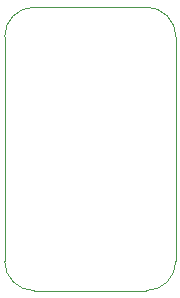
<source format=gbr>
G04 #@! TF.GenerationSoftware,KiCad,Pcbnew,5.1.5*
G04 #@! TF.CreationDate,2020-01-16T19:42:05-06:00*
G04 #@! TF.ProjectId,BMM150,424d4d31-3530-42e6-9b69-6361645f7063,rev?*
G04 #@! TF.SameCoordinates,Original*
G04 #@! TF.FileFunction,Profile,NP*
%FSLAX46Y46*%
G04 Gerber Fmt 4.6, Leading zero omitted, Abs format (unit mm)*
G04 Created by KiCad (PCBNEW 5.1.5) date 2020-01-16 19:42:05*
%MOMM*%
%LPD*%
G04 APERTURE LIST*
%ADD10C,0.050000*%
G04 APERTURE END LIST*
D10*
X149500000Y-126500000D02*
G75*
G02X147000000Y-129000000I-2500000J0D01*
G01*
X137500000Y-129000000D02*
G75*
G02X135000000Y-126500000I0J2500000D01*
G01*
X135000000Y-107500000D02*
G75*
G02X137500000Y-105000000I2500000J0D01*
G01*
X147000000Y-105000000D02*
G75*
G02X149500000Y-107500000I0J-2500000D01*
G01*
X147000000Y-105000000D02*
X137500000Y-105000000D01*
X149500000Y-126500000D02*
X149500000Y-107500000D01*
X137500000Y-129000000D02*
X147000000Y-129000000D01*
X135000000Y-107500000D02*
X135000000Y-126500000D01*
M02*

</source>
